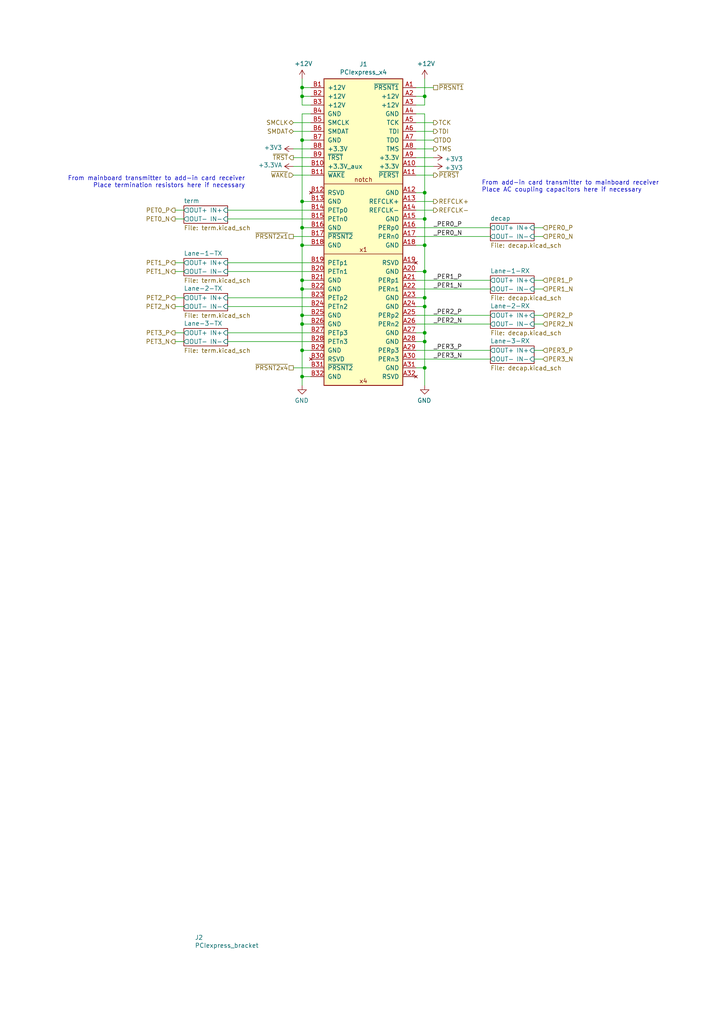
<source format=kicad_sch>
(kicad_sch (version 20230121) (generator eeschema)
  (paper "A4" portrait)
  (title_block (title "PCIexpress_x4_half") (company "Author: Luca Anastasio"))
  (lib_symbols
    (symbol "PCIexpress:PCIexpress_bracket" (pin_names (offset 1.016))
      (property "Reference" "J" (at 0 0 0))
      (property "Value" "PCIexpress_bracket" (at 0 0 0))
    )
    (symbol "PCIexpress:PCIexpress_x4" (pin_names (offset 1.016))
      (property "Reference" "J" (at 0 3.81 0))
      (property "Value" "PCIexpress_x4" (at 0 1.27 0))
      (symbol "PCIexpress_x4_0_0"
        (text "notch" (at 0 -29.21 0) (effects (font (size 1.27 1.27))))
        (text "x1" (at 0 -49.53 0) (effects (font (size 1.27 1.27))))
        (text "x4" (at 0 -87.63 0) (effects (font (size 1.27 1.27))))
      )
      (symbol "PCIexpress_x4_0_1"
        (polyline (pts (xy 11.43 -50.8) (xy -11.43 -50.8)))
        (polyline (pts (xy 11.43 -30.48) (xy -11.43 -30.48)))
      )
      (symbol "PCIexpress_x4_1_1"
        (rectangle (start 11.43 0) (end -11.43 -88.9) (stroke (width 0.254)) (fill (type background)))
        (pin passive line (at 15.24 -2.54 180) (length 3.81) (name "~{PRSNT1}") (number "A1"))
        (pin power_out line (at 15.24 -25.4 180) (length 3.81) (name "+3.3V") (number "A10"))
        (pin output line (at 15.24 -27.94 180) (length 3.81) (name "~{PERST}") (number "A11"))
        (pin power_out line (at 15.24 -33.02 180) (length 3.81) (name "GND") (number "A12"))
        (pin output line (at 15.24 -35.56 180) (length 3.81) (name "REFCLK+") (number "A13"))
        (pin output line (at 15.24 -38.1 180) (length 3.81) (name "REFCLK-") (number "A14"))
        (pin power_out line (at 15.24 -40.64 180) (length 3.81) (name "GND") (number "A15"))
        (pin input line (at 15.24 -43.18 180) (length 3.81) (name "PERp0") (number "A16"))
        (pin input line (at 15.24 -45.72 180) (length 3.81) (name "PERn0") (number "A17"))
        (pin power_out line (at 15.24 -48.26 180) (length 3.81) (name "GND") (number "A18"))
        (pin no_connect line (at 15.24 -53.34 180) (length 3.81) (name "RSVD") (number "A19"))
        (pin power_out line (at 15.24 -5.08 180) (length 3.81) (name "+12V") (number "A2"))
        (pin power_out line (at 15.24 -55.88 180) (length 3.81) (name "GND") (number "A20"))
        (pin input line (at 15.24 -58.42 180) (length 3.81) (name "PERp1") (number "A21"))
        (pin input line (at 15.24 -60.96 180) (length 3.81) (name "PERn1") (number "A22"))
        (pin power_out line (at 15.24 -63.5 180) (length 3.81) (name "GND") (number "A23"))
        (pin power_out line (at 15.24 -66.04 180) (length 3.81) (name "GND") (number "A24"))
        (pin input line (at 15.24 -68.58 180) (length 3.81) (name "PERp2") (number "A25"))
        (pin input line (at 15.24 -71.12 180) (length 3.81) (name "PERn2") (number "A26"))
        (pin power_out line (at 15.24 -73.66 180) (length 3.81) (name "GND") (number "A27"))
        (pin power_out line (at 15.24 -76.2 180) (length 3.81) (name "GND") (number "A28"))
        (pin input line (at 15.24 -78.74 180) (length 3.81) (name "PERp3") (number "A29"))
        (pin power_out line (at 15.24 -7.62 180) (length 3.81) (name "+12V") (number "A3"))
        (pin input line (at 15.24 -81.28 180) (length 3.81) (name "PERn3") (number "A30"))
        (pin power_out line (at 15.24 -83.82 180) (length 3.81) (name "GND") (number "A31"))
        (pin no_connect line (at 15.24 -86.36 180) (length 3.81) (name "RSVD") (number "A32"))
        (pin power_out line (at 15.24 -10.16 180) (length 3.81) (name "GND") (number "A4"))
        (pin output line (at 15.24 -12.7 180) (length 3.81) (name "TCK") (number "A5"))
        (pin output line (at 15.24 -15.24 180) (length 3.81) (name "TDI") (number "A6"))
        (pin input line (at 15.24 -17.78 180) (length 3.81) (name "TDO") (number "A7"))
        (pin output line (at 15.24 -20.32 180) (length 3.81) (name "TMS") (number "A8"))
        (pin power_out line (at 15.24 -22.86 180) (length 3.81) (name "+3.3V") (number "A9"))
        (pin power_out line (at -15.24 -2.54 0) (length 3.81) (name "+12V") (number "B1"))
        (pin power_out line (at -15.24 -25.4 0) (length 3.81) (name "+3.3V_aux") (number "B10"))
        (pin open_collector line (at -15.24 -27.94 0) (length 3.81) (name "~{WAKE}") (number "B11"))
        (pin no_connect line (at -15.24 -33.02 0) (length 3.81) (name "RSVD") (number "B12"))
        (pin power_out line (at -15.24 -35.56 0) (length 3.81) (name "GND") (number "B13"))
        (pin output line (at -15.24 -38.1 0) (length 3.81) (name "PETp0") (number "B14"))
        (pin output line (at -15.24 -40.64 0) (length 3.81) (name "PETn0") (number "B15"))
        (pin power_out line (at -15.24 -43.18 0) (length 3.81) (name "GND") (number "B16"))
        (pin passive line (at -15.24 -45.72 0) (length 3.81) (name "~{PRSNT2}") (number "B17"))
        (pin power_out line (at -15.24 -48.26 0) (length 3.81) (name "GND") (number "B18"))
        (pin output line (at -15.24 -53.34 0) (length 3.81) (name "PETp1") (number "B19"))
        (pin power_out line (at -15.24 -5.08 0) (length 3.81) (name "+12V") (number "B2"))
        (pin output line (at -15.24 -55.88 0) (length 3.81) (name "PETn1") (number "B20"))
        (pin power_out line (at -15.24 -58.42 0) (length 3.81) (name "GND") (number "B21"))
        (pin power_out line (at -15.24 -60.96 0) (length 3.81) (name "GND") (number "B22"))
        (pin output line (at -15.24 -63.5 0) (length 3.81) (name "PETp2") (number "B23"))
        (pin output line (at -15.24 -66.04 0) (length 3.81) (name "PETn2") (number "B24"))
        (pin power_out line (at -15.24 -68.58 0) (length 3.81) (name "GND") (number "B25"))
        (pin power_out line (at -15.24 -71.12 0) (length 3.81) (name "GND") (number "B26"))
        (pin output line (at -15.24 -73.66 0) (length 3.81) (name "PETp3") (number "B27"))
        (pin output line (at -15.24 -76.2 0) (length 3.81) (name "PETn3") (number "B28"))
        (pin power_out line (at -15.24 -78.74 0) (length 3.81) (name "GND") (number "B29"))
        (pin power_out line (at -15.24 -7.62 0) (length 3.81) (name "+12V") (number "B3"))
        (pin no_connect line (at -15.24 -81.28 0) (length 3.81) (name "RSVD") (number "B30"))
        (pin passive line (at -15.24 -83.82 0) (length 3.81) (name "~{PRSNT2}") (number "B31"))
        (pin power_out line (at -15.24 -86.36 0) (length 3.81) (name "GND") (number "B32"))
        (pin power_out line (at -15.24 -10.16 0) (length 3.81) (name "GND") (number "B4"))
        (pin open_collector line (at -15.24 -12.7 0) (length 3.81) (name "SMCLK") (number "B5"))
        (pin open_collector line (at -15.24 -15.24 0) (length 3.81) (name "SMDAT") (number "B6"))
        (pin power_out line (at -15.24 -17.78 0) (length 3.81) (name "GND") (number "B7"))
        (pin power_out line (at -15.24 -20.32 0) (length 3.81) (name "+3.3V") (number "B8"))
        (pin output line (at -15.24 -22.86 0) (length 3.81) (name "~{TRST}") (number "B9"))
      )
    )
    (symbol "PCIexpress_x4_half-rescue:+3.3V-power" (power) (pin_names (offset 0))
      (property "Value" "+3.3V-power" (at 0 3.556 0))
      (symbol "+3.3V-power_0_1"
        (polyline (pts (xy -0.762 1.27) (xy 0 2.54)))
        (polyline (pts (xy 0 0) (xy 0 2.54)))
        (polyline (pts (xy 0 2.54) (xy 0.762 1.27)))
      )
      (symbol "+3.3V-power_1_1"
        (pin power_in line (at 0 0 90) (length 0) hide (name "+3V3") (number "1"))
      )
    )
    (symbol "power:+12V" (power) (pin_names (offset 0))
      (property "Value" "+12V" (at 0 3.556 0))
      (symbol "+12V_0_1"
        (polyline (pts (xy -0.762 1.27) (xy 0 2.54)))
        (polyline (pts (xy 0 0) (xy 0 2.54)))
        (polyline (pts (xy 0 2.54) (xy 0.762 1.27)))
      )
      (symbol "+12V_1_1"
        (pin power_in line (at 0 0 90) (length 0) hide (name "+12V") (number "1"))
      )
    )
    (symbol "power:+3.3VA" (power) (pin_names (offset 0))
      (property "Value" "+3.3VA" (at 0 3.556 0))
      (symbol "+3.3VA_0_1"
        (polyline (pts (xy -0.762 1.27) (xy 0 2.54)))
        (polyline (pts (xy 0 0) (xy 0 2.54)))
        (polyline (pts (xy 0 2.54) (xy 0.762 1.27)))
      )
      (symbol "+3.3VA_1_1"
        (pin power_in line (at 0 0 90) (length 0) hide (name "+3.3VA") (number "1"))
      )
    )
    (symbol "power:GND" (power) (pin_names (offset 0))
      (property "Value" "GND" (at 0 -3.81 0))
      (symbol "GND_0_1"
        (polyline (pts (xy 0 0) (xy 0 -1.27) (xy 1.27 -1.27) (xy 0 -2.54) (xy -1.27 -1.27) (xy 0 -1.27)))
      )
      (symbol "GND_1_1"
        (pin power_in line (at 0 0 270) (length 0) hide (name "GND") (number "1"))
      )
    )
  )
  (junction (at 87.63 101.6))
  (junction (at 123.19 99.06))
  (junction (at 123.19 63.5))
  (junction (at 123.19 71.12))
  (junction (at 87.63 93.98))
  (junction (at 87.63 25.4))
  (junction (at 87.63 109.22))
  (junction (at 87.63 66.04))
  (junction (at 123.19 78.74))
  (junction (at 123.19 96.52))
  (junction (at 123.19 106.68))
  (junction (at 87.63 58.42))
  (junction (at 123.19 86.36))
  (junction (at 87.63 83.82))
  (junction (at 123.19 88.9))
  (junction (at 123.19 27.94))
  (junction (at 123.19 55.88))
  (junction (at 87.63 81.28))
  (junction (at 87.63 71.12))
  (junction (at 87.63 91.44))
  (junction (at 87.63 27.94))
  (junction (at 87.63 40.64))
  (wire (pts (xy 123.19 63.5) (xy 123.19 71.12)))
  (wire (pts (xy 154.94 66.04) (xy 157.48 66.04)))
  (wire (pts (xy 87.63 81.28) (xy 87.63 71.12)))
  (wire (pts (xy 90.17 93.98) (xy 87.63 93.98)))
  (wire (pts (xy 123.19 71.12) (xy 123.19 78.74)))
  (wire (pts (xy 90.17 68.58) (xy 85.09 68.58)))
  (wire (pts (xy 120.65 50.8) (xy 125.73 50.8)))
  (wire (pts (xy 123.19 99.06) (xy 123.19 106.68)))
  (wire (pts (xy 50.8 78.74) (xy 53.34 78.74)))
  (wire (pts (xy 90.17 81.28) (xy 87.63 81.28)))
  (wire (pts (xy 154.94 93.98) (xy 157.48 93.98)))
  (wire (pts (xy 120.65 38.1) (xy 125.73 38.1)))
  (wire (pts (xy 85.09 38.1) (xy 90.17 38.1)))
  (wire (pts (xy 123.19 27.94) (xy 120.65 27.94)))
  (wire (pts (xy 123.19 96.52) (xy 123.19 99.06)))
  (wire (pts (xy 120.65 93.98) (xy 142.24 93.98)))
  (wire (pts (xy 120.65 43.18) (xy 125.73 43.18)))
  (wire (pts (xy 90.17 25.4) (xy 87.63 25.4)))
  (wire (pts (xy 87.63 93.98) (xy 87.63 91.44)))
  (wire (pts (xy 66.04 60.96) (xy 90.17 60.96)))
  (wire (pts (xy 50.8 88.9) (xy 53.34 88.9)))
  (wire (pts (xy 120.65 68.58) (xy 142.24 68.58)))
  (wire (pts (xy 85.09 43.18) (xy 90.17 43.18)))
  (wire (pts (xy 120.65 48.26) (xy 125.73 48.26)))
  (wire (pts (xy 120.65 58.42) (xy 125.73 58.42)))
  (wire (pts (xy 120.65 55.88) (xy 123.19 55.88)))
  (wire (pts (xy 120.65 81.28) (xy 142.24 81.28)))
  (wire (pts (xy 90.17 40.64) (xy 87.63 40.64)))
  (wire (pts (xy 87.63 109.22) (xy 87.63 101.6)))
  (wire (pts (xy 120.65 91.44) (xy 142.24 91.44)))
  (wire (pts (xy 87.63 27.94) (xy 87.63 25.4)))
  (wire (pts (xy 87.63 101.6) (xy 87.63 93.98)))
  (wire (pts (xy 87.63 66.04) (xy 87.63 58.42)))
  (wire (pts (xy 87.63 111.76) (xy 87.63 109.22)))
  (wire (pts (xy 90.17 83.82) (xy 87.63 83.82)))
  (wire (pts (xy 123.19 86.36) (xy 123.19 88.9)))
  (wire (pts (xy 87.63 30.48) (xy 87.63 27.94)))
  (wire (pts (xy 123.19 22.86) (xy 123.19 27.94)))
  (wire (pts (xy 87.63 33.02) (xy 90.17 33.02)))
  (wire (pts (xy 120.65 86.36) (xy 123.19 86.36)))
  (wire (pts (xy 123.19 33.02) (xy 120.65 33.02)))
  (wire (pts (xy 120.65 40.64) (xy 125.73 40.64)))
  (wire (pts (xy 50.8 99.06) (xy 53.34 99.06)))
  (wire (pts (xy 154.94 104.14) (xy 157.48 104.14)))
  (wire (pts (xy 66.04 86.36) (xy 90.17 86.36)))
  (wire (pts (xy 87.63 40.64) (xy 87.63 33.02)))
  (wire (pts (xy 154.94 83.82) (xy 157.48 83.82)))
  (wire (pts (xy 123.19 33.02) (xy 123.19 55.88)))
  (wire (pts (xy 87.63 25.4) (xy 87.63 22.86)))
  (wire (pts (xy 154.94 81.28) (xy 157.48 81.28)))
  (wire (pts (xy 87.63 27.94) (xy 90.17 27.94)))
  (wire (pts (xy 120.65 71.12) (xy 123.19 71.12)))
  (wire (pts (xy 154.94 68.58) (xy 157.48 68.58)))
  (wire (pts (xy 90.17 91.44) (xy 87.63 91.44)))
  (wire (pts (xy 154.94 101.6) (xy 157.48 101.6)))
  (wire (pts (xy 120.65 60.96) (xy 125.73 60.96)))
  (wire (pts (xy 120.65 101.6) (xy 142.24 101.6)))
  (wire (pts (xy 50.8 76.2) (xy 53.34 76.2)))
  (wire (pts (xy 87.63 83.82) (xy 87.63 81.28)))
  (wire (pts (xy 85.09 35.56) (xy 90.17 35.56)))
  (wire (pts (xy 87.63 91.44) (xy 87.63 83.82)))
  (wire (pts (xy 120.65 88.9) (xy 123.19 88.9)))
  (wire (pts (xy 66.04 88.9) (xy 90.17 88.9)))
  (wire (pts (xy 120.65 96.52) (xy 123.19 96.52)))
  (wire (pts (xy 123.19 78.74) (xy 123.19 86.36)))
  (wire (pts (xy 90.17 66.04) (xy 87.63 66.04)))
  (wire (pts (xy 90.17 30.48) (xy 87.63 30.48)))
  (wire (pts (xy 90.17 71.12) (xy 87.63 71.12)))
  (wire (pts (xy 66.04 78.74) (xy 90.17 78.74)))
  (wire (pts (xy 85.09 106.68) (xy 90.17 106.68)))
  (wire (pts (xy 120.65 25.4) (xy 125.73 25.4)))
  (wire (pts (xy 120.65 106.68) (xy 123.19 106.68)))
  (wire (pts (xy 50.8 60.96) (xy 53.34 60.96)))
  (wire (pts (xy 66.04 96.52) (xy 90.17 96.52)))
  (wire (pts (xy 123.19 111.76) (xy 123.19 106.68)))
  (wire (pts (xy 66.04 76.2) (xy 90.17 76.2)))
  (wire (pts (xy 50.8 96.52) (xy 53.34 96.52)))
  (wire (pts (xy 85.09 50.8) (xy 90.17 50.8)))
  (wire (pts (xy 120.65 30.48) (xy 123.19 30.48)))
  (wire (pts (xy 120.65 83.82) (xy 142.24 83.82)))
  (wire (pts (xy 154.94 91.44) (xy 157.48 91.44)))
  (wire (pts (xy 90.17 58.42) (xy 87.63 58.42)))
  (wire (pts (xy 90.17 101.6) (xy 87.63 101.6)))
  (wire (pts (xy 120.65 45.72) (xy 125.73 45.72)))
  (wire (pts (xy 66.04 99.06) (xy 90.17 99.06)))
  (wire (pts (xy 87.63 58.42) (xy 87.63 40.64)))
  (wire (pts (xy 50.8 63.5) (xy 53.34 63.5)))
  (wire (pts (xy 90.17 109.22) (xy 87.63 109.22)))
  (wire (pts (xy 120.65 99.06) (xy 123.19 99.06)))
  (wire (pts (xy 66.04 63.5) (xy 90.17 63.5)))
  (wire (pts (xy 87.63 71.12) (xy 87.63 66.04)))
  (wire (pts (xy 120.65 104.14) (xy 142.24 104.14)))
  (wire (pts (xy 85.09 45.72) (xy 90.17 45.72)))
  (wire (pts (xy 120.65 63.5) (xy 123.19 63.5)))
  (wire (pts (xy 120.65 78.74) (xy 123.19 78.74)))
  (wire (pts (xy 120.65 35.56) (xy 125.73 35.56)))
  (wire (pts (xy 123.19 30.48) (xy 123.19 27.94)))
  (wire (pts (xy 50.8 86.36) (xy 53.34 86.36)))
  (wire (pts (xy 85.09 48.26) (xy 90.17 48.26)))
  (wire (pts (xy 123.19 88.9) (xy 123.19 96.52)))
  (wire (pts (xy 123.19 55.88) (xy 123.19 63.5)))
  (wire (pts (xy 120.65 66.04) (xy 142.24 66.04)))
  (text "From add-in card transmitter to mainboard receiver\nPlace AC coupling capacitors here if necessary" (at 139.7 55.88 0) (effects (font (size 1.27 1.27)) (justify left bottom)))
  (text "From mainboard transmitter to add-in card receiver\nPlace termination resistors here if necessary" (at 71.12 54.61 0) (effects (font (size 1.27 1.27)) (justify right bottom)))
  (label "_PER0_P" (at 125.73 66.04 0))
  (label "_PER1_N" (at 125.73 83.82 0))
  (label "_PER2_N" (at 125.73 93.98 0))
  (label "_PER1_P" (at 125.73 81.28 0))
  (label "_PER3_P" (at 125.73 101.6 0))
  (label "_PER2_P" (at 125.73 91.44 0))
  (label "_PER3_N" (at 125.73 104.14 0))
  (label "_PER0_N" (at 125.73 68.58 0))
  (hierarchical_label "PET1_N" (shape output) (at 50.8 78.74 180))
  (hierarchical_label "SMDAT" (shape bidirectional) (at 85.09 38.1 180))
  (hierarchical_label "~{PRSNT2x1}" (shape passive) (at 85.09 68.58 180))
  (hierarchical_label "TMS" (shape output) (at 125.73 43.18 0))
  (hierarchical_label "~{WAKE}" (shape input) (at 85.09 50.8 180))
  (hierarchical_label "TDI" (shape output) (at 125.73 38.1 0))
  (hierarchical_label "PET0_N" (shape output) (at 50.8 63.5 180))
  (hierarchical_label "REFCLK+" (shape output) (at 125.73 58.42 0))
  (hierarchical_label "~{TRST}" (shape output) (at 85.09 45.72 180))
  (hierarchical_label "PET2_N" (shape output) (at 50.8 88.9 180))
  (hierarchical_label "PET2_P" (shape output) (at 50.8 86.36 180))
  (hierarchical_label "TCK" (shape output) (at 125.73 35.56 0))
  (hierarchical_label "PER3_P" (shape input) (at 157.48 101.6 0))
  (hierarchical_label "PET3_P" (shape output) (at 50.8 96.52 180))
  (hierarchical_label "PER0_N" (shape input) (at 157.48 68.58 0))
  (hierarchical_label "PET3_N" (shape output) (at 50.8 99.06 180))
  (hierarchical_label "PER2_N" (shape input) (at 157.48 93.98 0))
  (hierarchical_label "PET1_P" (shape output) (at 50.8 76.2 180))
  (hierarchical_label "~{PERST}" (shape output) (at 125.73 50.8 0))
  (hierarchical_label "~{PRSNT1}" (shape passive) (at 125.73 25.4 0))
  (hierarchical_label "PER3_N" (shape input) (at 157.48 104.14 0))
  (hierarchical_label "PER0_P" (shape input) (at 157.48 66.04 0))
  (hierarchical_label "REFCLK-" (shape output) (at 125.73 60.96 0))
  (hierarchical_label "PER1_N" (shape input) (at 157.48 83.82 0))
  (hierarchical_label "PET0_P" (shape output) (at 50.8 60.96 180))
  (hierarchical_label "PER2_P" (shape input) (at 157.48 91.44 0))
  (hierarchical_label "SMCLK" (shape bidirectional) (at 85.09 35.56 180))
  (hierarchical_label "PER1_P" (shape input) (at 157.48 81.28 0))
  (hierarchical_label "TDO" (shape input) (at 125.73 40.64 0))
  (hierarchical_label "~{PRSNT2x4}" (shape passive) (at 85.09 106.68 180))
  (symbol (lib_id "PCIexpress:PCIexpress_x4") (at 105.41 22.86 0) (unit 1)
    (property "Reference" "J1" (at 105.41 18.6182 0))
    (property "Value" "PCIexpress_x4" (at 105.41 20.9296 0))
    (property "Footprint" "PCIexpress:PCIexpress_x4" (effects hide))
  )
  (symbol (lib_id "PCIexpress:PCIexpress_bracket") (at 55.88 273.05 0) (unit 1)
    (property "Reference" "J2" (at 56.515 271.8816 0) (effects (justify left)))
    (property "Value" "PCIexpress_bracket" (at 56.515 274.193 0) (effects (justify left)))
    (property "Footprint" "PCIexpress:PCIexpress_bracket_full" (effects hide))
  )
  (symbol (lib_id "power:GND") (at 87.63 111.76 0) (mirror y) (unit 1)
    (property "Reference" "#PWR07" (effects hide))
    (property "Value" "GND" (at 87.503 116.1542 0))
  )
  (symbol (lib_id "power:GND") (at 123.19 111.76 0) (mirror y) (unit 1)
    (property "Reference" "#PWR08" (effects hide))
    (property "Value" "GND" (at 123.063 116.1542 0))
  )
  (symbol (lib_id "PCIexpress_x4_half-rescue:+3.3V-power") (at 85.09 43.18 90) (unit 1)
    (property "Reference" "#PWR03" (effects hide))
    (property "Value" "+3.3V" (at 81.8388 42.799 90) (effects (justify left)))
  )
  (symbol (lib_id "PCIexpress_x4_half-rescue:+3.3V-power") (at 125.73 45.72 270) (unit 1)
    (property "Reference" "#PWR04" (effects hide))
    (property "Value" "+3.3V" (at 128.9812 46.101 90) (effects (justify left)))
  )
  (symbol (lib_id "PCIexpress_x4_half-rescue:+3.3V-power") (at 125.73 48.26 270) (unit 1)
    (property "Reference" "#PWR06" (effects hide))
    (property "Value" "+3.3V" (at 128.9812 48.641 90) (effects (justify left)))
  )
  (symbol (lib_id "power:+3.3VA") (at 85.09 48.26 90) (unit 1)
    (property "Reference" "#PWR05" (effects hide))
    (property "Value" "+3.3VA" (at 81.8642 47.879 90) (effects (justify left)))
  )
  (symbol (lib_id "power:+12V") (at 87.63 22.86 0) (unit 1)
    (property "Reference" "#PWR01" (effects hide))
    (property "Value" "+12V" (at 88.011 18.4658 0))
  )
  (symbol (lib_id "power:+12V") (at 123.19 22.86 0) (unit 1)
    (property "Reference" "#PWR02" (effects hide))
    (property "Value" "+12V" (at 123.571 18.4658 0))
  )
  (sheet (at 53.34 59.69) (size 12.7 5.08)
    (property "Sheetname" "term" (at 53.34 58.9784 0) (effects (justify left bottom)))
    (property "Sheetfile" "term.kicad_sch" (at 53.34 65.3546 0) (effects (justify left top)))
    (pin "IN+" input (at 66.04 60.96 0))
    (pin "IN-" input (at 66.04 63.5 0))
    (pin "OUT+" output (at 53.34 60.96 180))
    (pin "OUT-" output (at 53.34 63.5 180))
  )
  (sheet (at 53.34 74.93) (size 12.7 5.08)
    (property "Sheetname" "Lane-1-TX" (at 53.34 74.2184 0) (effects (justify left bottom)))
    (property "Sheetfile" "term.kicad_sch" (at 53.34 80.5946 0) (effects (justify left top)))
    (pin "IN+" input (at 66.04 76.2 0))
    (pin "IN-" input (at 66.04 78.74 0))
    (pin "OUT+" output (at 53.34 76.2 180))
    (pin "OUT-" output (at 53.34 78.74 180))
  )
  (sheet (at 53.34 85.09) (size 12.7 5.08)
    (property "Sheetname" "Lane-2-TX" (at 53.34 84.3784 0) (effects (justify left bottom)))
    (property "Sheetfile" "term.kicad_sch" (at 53.34 90.7546 0) (effects (justify left top)))
    (pin "IN+" input (at 66.04 86.36 0))
    (pin "IN-" input (at 66.04 88.9 0))
    (pin "OUT+" output (at 53.34 86.36 180))
    (pin "OUT-" output (at 53.34 88.9 180))
  )
  (sheet (at 53.34 95.25) (size 12.7 5.08)
    (property "Sheetname" "Lane-3-TX" (at 53.34 94.5384 0) (effects (justify left bottom)))
    (property "Sheetfile" "term.kicad_sch" (at 53.34 100.9146 0) (effects (justify left top)))
    (pin "IN+" input (at 66.04 96.52 0))
    (pin "IN-" input (at 66.04 99.06 0))
    (pin "OUT+" output (at 53.34 96.52 180))
    (pin "OUT-" output (at 53.34 99.06 180))
  )
  (sheet (at 142.24 64.77) (size 12.7 5.08)
    (property "Sheetname" "decap" (at 142.24 64.0584 0) (effects (justify left bottom)))
    (property "Sheetfile" "decap.kicad_sch" (at 142.24 70.4346 0) (effects (justify left top)))
    (pin "IN+" input (at 154.94 66.04 0))
    (pin "OUT+" output (at 142.24 66.04 180))
    (pin "OUT-" output (at 142.24 68.58 180))
    (pin "IN-" input (at 154.94 68.58 0))
  )
  (sheet (at 142.24 80.01) (size 12.7 5.08)
    (property "Sheetname" "Lane-1-RX" (at 142.24 79.2984 0) (effects (justify left bottom)))
    (property "Sheetfile" "decap.kicad_sch" (at 142.24 85.6746 0) (effects (justify left top)))
    (pin "IN+" input (at 154.94 81.28 0))
    (pin "OUT+" output (at 142.24 81.28 180))
    (pin "OUT-" output (at 142.24 83.82 180))
    (pin "IN-" input (at 154.94 83.82 0))
  )
  (sheet (at 142.24 90.17) (size 12.7 5.08)
    (property "Sheetname" "Lane-2-RX" (at 142.24 89.4584 0) (effects (justify left bottom)))
    (property "Sheetfile" "decap.kicad_sch" (at 142.24 95.8346 0) (effects (justify left top)))
    (pin "IN+" input (at 154.94 91.44 0))
    (pin "OUT+" output (at 142.24 91.44 180))
    (pin "OUT-" output (at 142.24 93.98 180))
    (pin "IN-" input (at 154.94 93.98 0))
  )
  (sheet (at 142.24 100.33) (size 12.7 5.08)
    (property "Sheetname" "Lane-3-RX" (at 142.24 99.6184 0) (effects (justify left bottom)))
    (property "Sheetfile" "decap.kicad_sch" (at 142.24 105.9946 0) (effects (justify left top)))
    (pin "IN+" input (at 154.94 101.6 0))
    (pin "OUT+" output (at 142.24 101.6 180))
    (pin "OUT-" output (at 142.24 104.14 180))
    (pin "IN-" input (at 154.94 104.14 0))
  )
)
</source>
